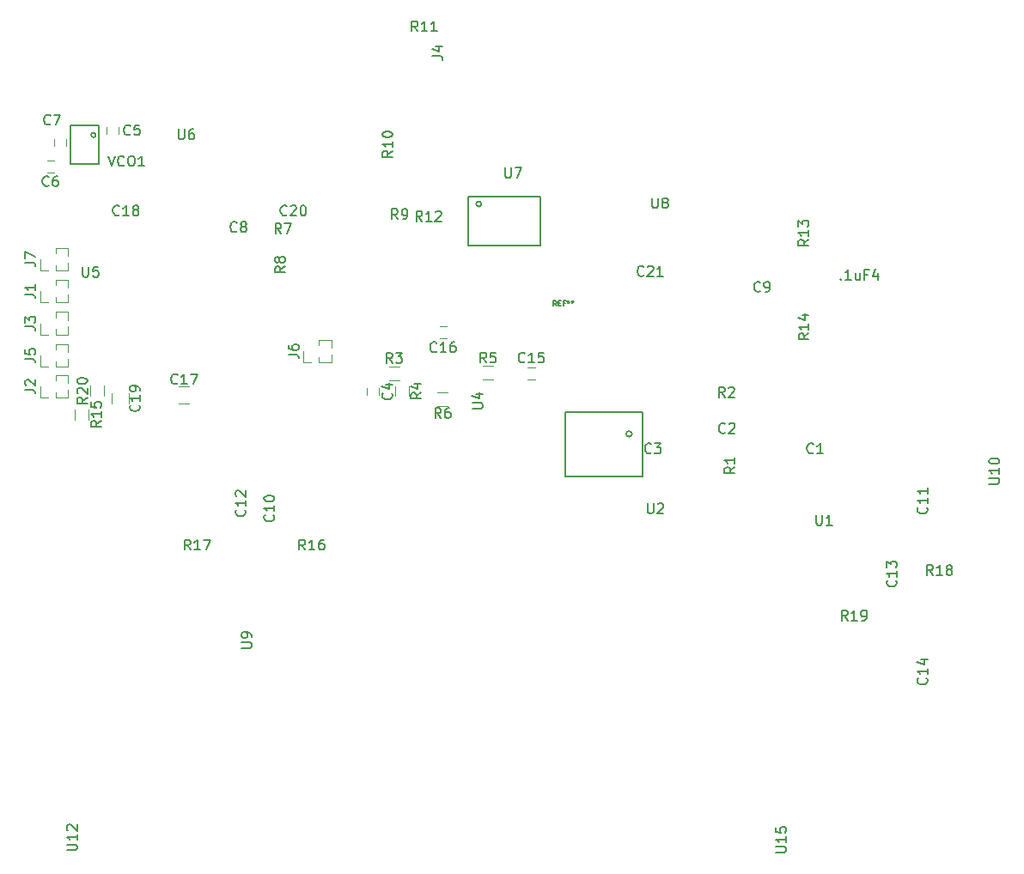
<source format=gbr>
G04 #@! TF.FileFunction,Legend,Top*
%FSLAX46Y46*%
G04 Gerber Fmt 4.6, Leading zero omitted, Abs format (unit mm)*
G04 Created by KiCad (PCBNEW 4.0.7) date 11/09/17 22:03:18*
%MOMM*%
%LPD*%
G01*
G04 APERTURE LIST*
%ADD10C,0.100000*%
%ADD11C,0.120000*%
%ADD12C,0.150000*%
%ADD13C,0.127000*%
G04 APERTURE END LIST*
D10*
D11*
X132125800Y-114825400D02*
X132125800Y-113825400D01*
X133485800Y-113825400D02*
X133485800Y-114825400D01*
X141814800Y-113202000D02*
X140814800Y-113202000D01*
X140814800Y-111842000D02*
X141814800Y-111842000D01*
X136340743Y-114414800D02*
X137340743Y-114414800D01*
X137340743Y-115774800D02*
X136340743Y-115774800D01*
X103681600Y-88957900D02*
X103681600Y-88257900D01*
X104881600Y-88257900D02*
X104881600Y-88957900D01*
X97835600Y-91589300D02*
X98535600Y-91589300D01*
X98535600Y-92789300D02*
X97835600Y-92789300D01*
X99750800Y-89451700D02*
X99750800Y-90151700D01*
X98550800Y-90151700D02*
X98550800Y-89451700D01*
X129321400Y-114705876D02*
X129321400Y-114005876D01*
X130521400Y-114005876D02*
X130521400Y-114705876D01*
X145926924Y-113179400D02*
X145226924Y-113179400D01*
X145226924Y-111979400D02*
X145926924Y-111979400D01*
X136520924Y-107945400D02*
X137220924Y-107945400D01*
X137220924Y-109145400D02*
X136520924Y-109145400D01*
X132538543Y-113239400D02*
X131538543Y-113239400D01*
X131538543Y-111879400D02*
X132538543Y-111879400D01*
X111845340Y-113848780D02*
X110845340Y-113848780D01*
X110845340Y-115548780D02*
X111845340Y-115548780D01*
X105893600Y-115554380D02*
X105893600Y-114554380D01*
X104193600Y-114554380D02*
X104193600Y-115554380D01*
X99896600Y-105580200D02*
X99896600Y-104777730D01*
X99896600Y-104162670D02*
X99896600Y-103360200D01*
X98691600Y-105580200D02*
X99896600Y-105580200D01*
X98691600Y-103360200D02*
X99896600Y-103360200D01*
X98691600Y-105580200D02*
X98691600Y-105033671D01*
X98691600Y-103906729D02*
X98691600Y-103360200D01*
X97931600Y-105580200D02*
X97171600Y-105580200D01*
X97171600Y-105580200D02*
X97171600Y-104470200D01*
X99896600Y-114978200D02*
X99896600Y-114175730D01*
X99896600Y-113560670D02*
X99896600Y-112758200D01*
X98691600Y-114978200D02*
X99896600Y-114978200D01*
X98691600Y-112758200D02*
X99896600Y-112758200D01*
X98691600Y-114978200D02*
X98691600Y-114431671D01*
X98691600Y-113304729D02*
X98691600Y-112758200D01*
X97931600Y-114978200D02*
X97171600Y-114978200D01*
X97171600Y-114978200D02*
X97171600Y-113868200D01*
X99896600Y-108755200D02*
X99896600Y-107952730D01*
X99896600Y-107337670D02*
X99896600Y-106535200D01*
X98691600Y-108755200D02*
X99896600Y-108755200D01*
X98691600Y-106535200D02*
X99896600Y-106535200D01*
X98691600Y-108755200D02*
X98691600Y-108208671D01*
X98691600Y-107081729D02*
X98691600Y-106535200D01*
X97931600Y-108755200D02*
X97171600Y-108755200D01*
X97171600Y-108755200D02*
X97171600Y-107645200D01*
X99896600Y-111930200D02*
X99896600Y-111127730D01*
X99896600Y-110512670D02*
X99896600Y-109710200D01*
X98691600Y-111930200D02*
X99896600Y-111930200D01*
X98691600Y-109710200D02*
X99896600Y-109710200D01*
X98691600Y-111930200D02*
X98691600Y-111383671D01*
X98691600Y-110256729D02*
X98691600Y-109710200D01*
X97931600Y-111930200D02*
X97171600Y-111930200D01*
X97171600Y-111930200D02*
X97171600Y-110820200D01*
X100591700Y-117131720D02*
X100591700Y-116131720D01*
X101951700Y-116131720D02*
X101951700Y-117131720D01*
X103483320Y-113810160D02*
X103483320Y-114810160D01*
X102123320Y-114810160D02*
X102123320Y-113810160D01*
X125850320Y-111498400D02*
X125850320Y-110695930D01*
X125850320Y-110080870D02*
X125850320Y-109278400D01*
X124645320Y-111498400D02*
X125850320Y-111498400D01*
X124645320Y-109278400D02*
X125850320Y-109278400D01*
X124645320Y-111498400D02*
X124645320Y-110951871D01*
X124645320Y-109824929D02*
X124645320Y-109278400D01*
X123885320Y-111498400D02*
X123125320Y-111498400D01*
X123125320Y-111498400D02*
X123125320Y-110388400D01*
D12*
X155489152Y-118554500D02*
G75*
G03X155489152Y-118554500I-280552J0D01*
G01*
X156529400Y-122770900D02*
X152719400Y-122770900D01*
X148909400Y-119595900D02*
X148909400Y-116420900D01*
X148909400Y-116420900D02*
X152719400Y-116420900D01*
X152719400Y-116420900D02*
X156529400Y-116420900D01*
X156529400Y-116420900D02*
X156529400Y-122770900D01*
X156529400Y-122770900D02*
X152719400Y-122770900D01*
X152719400Y-122770900D02*
X148909400Y-122770900D01*
X148909400Y-122770900D02*
X148909400Y-119595900D01*
X140654400Y-95885000D02*
G75*
G03X140654400Y-95885000I-254000J0D01*
G01*
X139384400Y-95123000D02*
X146496400Y-95123000D01*
X146496400Y-95123000D02*
X146496400Y-99949000D01*
X146496400Y-99949000D02*
X139384400Y-99949000D01*
X139384400Y-99949000D02*
X139384400Y-95123000D01*
X102654585Y-89065100D02*
G75*
G03X102654585Y-89065100I-227185J0D01*
G01*
X102911400Y-88158700D02*
X100161400Y-88158700D01*
X100161400Y-88158700D02*
X100161400Y-91908700D01*
X100161400Y-91908700D02*
X102911400Y-91908700D01*
X102911400Y-91908700D02*
X102911400Y-88158700D01*
D11*
X99911840Y-102435680D02*
X99911840Y-101633210D01*
X99911840Y-101018150D02*
X99911840Y-100215680D01*
X98706840Y-102435680D02*
X99911840Y-102435680D01*
X98706840Y-100215680D02*
X99911840Y-100215680D01*
X98706840Y-102435680D02*
X98706840Y-101889151D01*
X98706840Y-100762209D02*
X98706840Y-100215680D01*
X97946840Y-102435680D02*
X97186840Y-102435680D01*
X97186840Y-102435680D02*
X97186840Y-101325680D01*
D12*
X134372743Y-78849481D02*
X134039409Y-78373290D01*
X133801314Y-78849481D02*
X133801314Y-77849481D01*
X134182267Y-77849481D01*
X134277505Y-77897100D01*
X134325124Y-77944719D01*
X134372743Y-78039957D01*
X134372743Y-78182814D01*
X134325124Y-78278052D01*
X134277505Y-78325671D01*
X134182267Y-78373290D01*
X133801314Y-78373290D01*
X135325124Y-78849481D02*
X134753695Y-78849481D01*
X135039409Y-78849481D02*
X135039409Y-77849481D01*
X134944171Y-77992338D01*
X134848933Y-78087576D01*
X134753695Y-78135195D01*
X136277505Y-78849481D02*
X135706076Y-78849481D01*
X135991790Y-78849481D02*
X135991790Y-77849481D01*
X135896552Y-77992338D01*
X135801314Y-78087576D01*
X135706076Y-78135195D01*
X120929734Y-98775781D02*
X120596400Y-98299590D01*
X120358305Y-98775781D02*
X120358305Y-97775781D01*
X120739258Y-97775781D01*
X120834496Y-97823400D01*
X120882115Y-97871019D01*
X120929734Y-97966257D01*
X120929734Y-98109114D01*
X120882115Y-98204352D01*
X120834496Y-98251971D01*
X120739258Y-98299590D01*
X120358305Y-98299590D01*
X121263067Y-97775781D02*
X121929734Y-97775781D01*
X121501162Y-98775781D01*
X110809495Y-88504781D02*
X110809495Y-89314305D01*
X110857114Y-89409543D01*
X110904733Y-89457162D01*
X110999971Y-89504781D01*
X111190448Y-89504781D01*
X111285686Y-89457162D01*
X111333305Y-89409543D01*
X111380924Y-89314305D01*
X111380924Y-88504781D01*
X112285686Y-88504781D02*
X112095209Y-88504781D01*
X111999971Y-88552400D01*
X111952352Y-88600019D01*
X111857114Y-88742876D01*
X111809495Y-88933352D01*
X111809495Y-89314305D01*
X111857114Y-89409543D01*
X111904733Y-89457162D01*
X111999971Y-89504781D01*
X112190448Y-89504781D01*
X112285686Y-89457162D01*
X112333305Y-89409543D01*
X112380924Y-89314305D01*
X112380924Y-89076210D01*
X112333305Y-88980971D01*
X112285686Y-88933352D01*
X112190448Y-88885733D01*
X111999971Y-88885733D01*
X111904733Y-88933352D01*
X111857114Y-88980971D01*
X111809495Y-89076210D01*
X173661795Y-126541281D02*
X173661795Y-127350805D01*
X173709414Y-127446043D01*
X173757033Y-127493662D01*
X173852271Y-127541281D01*
X174042748Y-127541281D01*
X174137986Y-127493662D01*
X174185605Y-127446043D01*
X174233224Y-127350805D01*
X174233224Y-126541281D01*
X175233224Y-127541281D02*
X174661795Y-127541281D01*
X174947509Y-127541281D02*
X174947509Y-126541281D01*
X174852271Y-126684138D01*
X174757033Y-126779376D01*
X174661795Y-126826995D01*
X157469295Y-95286581D02*
X157469295Y-96096105D01*
X157516914Y-96191343D01*
X157564533Y-96238962D01*
X157659771Y-96286581D01*
X157850248Y-96286581D01*
X157945486Y-96238962D01*
X157993105Y-96191343D01*
X158040724Y-96096105D01*
X158040724Y-95286581D01*
X158659771Y-95715152D02*
X158564533Y-95667533D01*
X158516914Y-95619914D01*
X158469295Y-95524676D01*
X158469295Y-95477057D01*
X158516914Y-95381819D01*
X158564533Y-95334200D01*
X158659771Y-95286581D01*
X158850248Y-95286581D01*
X158945486Y-95334200D01*
X158993105Y-95381819D01*
X159040724Y-95477057D01*
X159040724Y-95524676D01*
X158993105Y-95619914D01*
X158945486Y-95667533D01*
X158850248Y-95715152D01*
X158659771Y-95715152D01*
X158564533Y-95762771D01*
X158516914Y-95810390D01*
X158469295Y-95905629D01*
X158469295Y-96096105D01*
X158516914Y-96191343D01*
X158564533Y-96238962D01*
X158659771Y-96286581D01*
X158850248Y-96286581D01*
X158945486Y-96238962D01*
X158993105Y-96191343D01*
X159040724Y-96096105D01*
X159040724Y-95905629D01*
X158993105Y-95810390D01*
X158945486Y-95762771D01*
X158850248Y-95715152D01*
X190688341Y-123478135D02*
X191497865Y-123478135D01*
X191593103Y-123430516D01*
X191640722Y-123382897D01*
X191688341Y-123287659D01*
X191688341Y-123097182D01*
X191640722Y-123001944D01*
X191593103Y-122954325D01*
X191497865Y-122906706D01*
X190688341Y-122906706D01*
X191688341Y-121906706D02*
X191688341Y-122478135D01*
X191688341Y-122192421D02*
X190688341Y-122192421D01*
X190831198Y-122287659D01*
X190926436Y-122382897D01*
X190974055Y-122478135D01*
X190688341Y-121287659D02*
X190688341Y-121192420D01*
X190735960Y-121097182D01*
X190783579Y-121049563D01*
X190878817Y-121001944D01*
X191069293Y-120954325D01*
X191307389Y-120954325D01*
X191497865Y-121001944D01*
X191593103Y-121049563D01*
X191640722Y-121097182D01*
X191688341Y-121192420D01*
X191688341Y-121287659D01*
X191640722Y-121382897D01*
X191593103Y-121430516D01*
X191497865Y-121478135D01*
X191307389Y-121525754D01*
X191069293Y-121525754D01*
X190878817Y-121478135D01*
X190783579Y-121430516D01*
X190735960Y-121382897D01*
X190688341Y-121287659D01*
X117005481Y-139674505D02*
X117815005Y-139674505D01*
X117910243Y-139626886D01*
X117957862Y-139579267D01*
X118005481Y-139484029D01*
X118005481Y-139293552D01*
X117957862Y-139198314D01*
X117910243Y-139150695D01*
X117815005Y-139103076D01*
X117005481Y-139103076D01*
X118005481Y-138579267D02*
X118005481Y-138388791D01*
X117957862Y-138293552D01*
X117910243Y-138245933D01*
X117767386Y-138150695D01*
X117576910Y-138103076D01*
X117195957Y-138103076D01*
X117100719Y-138150695D01*
X117053100Y-138198314D01*
X117005481Y-138293552D01*
X117005481Y-138484029D01*
X117053100Y-138579267D01*
X117100719Y-138626886D01*
X117195957Y-138674505D01*
X117434052Y-138674505D01*
X117529290Y-138626886D01*
X117576910Y-138579267D01*
X117624529Y-138484029D01*
X117624529Y-138293552D01*
X117576910Y-138198314D01*
X117529290Y-138150695D01*
X117434052Y-138103076D01*
X139776581Y-116065205D02*
X140586105Y-116065205D01*
X140681343Y-116017586D01*
X140728962Y-115969967D01*
X140776581Y-115874729D01*
X140776581Y-115684252D01*
X140728962Y-115589014D01*
X140681343Y-115541395D01*
X140586105Y-115493776D01*
X139776581Y-115493776D01*
X140109914Y-114589014D02*
X140776581Y-114589014D01*
X139728962Y-114827110D02*
X140443248Y-115065205D01*
X140443248Y-114446157D01*
X176082867Y-103252543D02*
X176130486Y-103300162D01*
X176082867Y-103347781D01*
X176035248Y-103300162D01*
X176082867Y-103252543D01*
X176082867Y-103347781D01*
X177082867Y-103347781D02*
X176511438Y-103347781D01*
X176797152Y-103347781D02*
X176797152Y-102347781D01*
X176701914Y-102490638D01*
X176606676Y-102585876D01*
X176511438Y-102633495D01*
X177940010Y-102681114D02*
X177940010Y-103347781D01*
X177511438Y-102681114D02*
X177511438Y-103204924D01*
X177559057Y-103300162D01*
X177654295Y-103347781D01*
X177797153Y-103347781D01*
X177892391Y-103300162D01*
X177940010Y-103252543D01*
X178749534Y-102823971D02*
X178416200Y-102823971D01*
X178416200Y-103347781D02*
X178416200Y-102347781D01*
X178892391Y-102347781D01*
X179701915Y-102681114D02*
X179701915Y-103347781D01*
X179463819Y-102300162D02*
X179225724Y-103014448D01*
X179844772Y-103014448D01*
X173368034Y-120397543D02*
X173320415Y-120445162D01*
X173177558Y-120492781D01*
X173082320Y-120492781D01*
X172939462Y-120445162D01*
X172844224Y-120349924D01*
X172796605Y-120254686D01*
X172748986Y-120064210D01*
X172748986Y-119921352D01*
X172796605Y-119730876D01*
X172844224Y-119635638D01*
X172939462Y-119540400D01*
X173082320Y-119492781D01*
X173177558Y-119492781D01*
X173320415Y-119540400D01*
X173368034Y-119588019D01*
X174320415Y-120492781D02*
X173748986Y-120492781D01*
X174034700Y-120492781D02*
X174034700Y-119492781D01*
X173939462Y-119635638D01*
X173844224Y-119730876D01*
X173748986Y-119778495D01*
X157378734Y-120384843D02*
X157331115Y-120432462D01*
X157188258Y-120480081D01*
X157093020Y-120480081D01*
X156950162Y-120432462D01*
X156854924Y-120337224D01*
X156807305Y-120241986D01*
X156759686Y-120051510D01*
X156759686Y-119908652D01*
X156807305Y-119718176D01*
X156854924Y-119622938D01*
X156950162Y-119527700D01*
X157093020Y-119480081D01*
X157188258Y-119480081D01*
X157331115Y-119527700D01*
X157378734Y-119575319D01*
X157712067Y-119480081D02*
X158331115Y-119480081D01*
X157997781Y-119861033D01*
X158140639Y-119861033D01*
X158235877Y-119908652D01*
X158283496Y-119956271D01*
X158331115Y-120051510D01*
X158331115Y-120289605D01*
X158283496Y-120384843D01*
X158235877Y-120432462D01*
X158140639Y-120480081D01*
X157854924Y-120480081D01*
X157759686Y-120432462D01*
X157712067Y-120384843D01*
X120145443Y-126550657D02*
X120193062Y-126598276D01*
X120240681Y-126741133D01*
X120240681Y-126836371D01*
X120193062Y-126979229D01*
X120097824Y-127074467D01*
X120002586Y-127122086D01*
X119812110Y-127169705D01*
X119669252Y-127169705D01*
X119478776Y-127122086D01*
X119383538Y-127074467D01*
X119288300Y-126979229D01*
X119240681Y-126836371D01*
X119240681Y-126741133D01*
X119288300Y-126598276D01*
X119335919Y-126550657D01*
X120240681Y-125598276D02*
X120240681Y-126169705D01*
X120240681Y-125883991D02*
X119240681Y-125883991D01*
X119383538Y-125979229D01*
X119478776Y-126074467D01*
X119526395Y-126169705D01*
X119240681Y-124979229D02*
X119240681Y-124883990D01*
X119288300Y-124788752D01*
X119335919Y-124741133D01*
X119431157Y-124693514D01*
X119621633Y-124645895D01*
X119859729Y-124645895D01*
X120050205Y-124693514D01*
X120145443Y-124741133D01*
X120193062Y-124788752D01*
X120240681Y-124883990D01*
X120240681Y-124979229D01*
X120193062Y-125074467D01*
X120145443Y-125122086D01*
X120050205Y-125169705D01*
X119859729Y-125217324D01*
X119621633Y-125217324D01*
X119431157Y-125169705D01*
X119335919Y-125122086D01*
X119288300Y-125074467D01*
X119240681Y-124979229D01*
X184531903Y-125801357D02*
X184579522Y-125848976D01*
X184627141Y-125991833D01*
X184627141Y-126087071D01*
X184579522Y-126229929D01*
X184484284Y-126325167D01*
X184389046Y-126372786D01*
X184198570Y-126420405D01*
X184055712Y-126420405D01*
X183865236Y-126372786D01*
X183769998Y-126325167D01*
X183674760Y-126229929D01*
X183627141Y-126087071D01*
X183627141Y-125991833D01*
X183674760Y-125848976D01*
X183722379Y-125801357D01*
X184627141Y-124848976D02*
X184627141Y-125420405D01*
X184627141Y-125134691D02*
X183627141Y-125134691D01*
X183769998Y-125229929D01*
X183865236Y-125325167D01*
X183912855Y-125420405D01*
X184627141Y-123896595D02*
X184627141Y-124468024D01*
X184627141Y-124182310D02*
X183627141Y-124182310D01*
X183769998Y-124277548D01*
X183865236Y-124372786D01*
X183912855Y-124468024D01*
X184521743Y-142639017D02*
X184569362Y-142686636D01*
X184616981Y-142829493D01*
X184616981Y-142924731D01*
X184569362Y-143067589D01*
X184474124Y-143162827D01*
X184378886Y-143210446D01*
X184188410Y-143258065D01*
X184045552Y-143258065D01*
X183855076Y-143210446D01*
X183759838Y-143162827D01*
X183664600Y-143067589D01*
X183616981Y-142924731D01*
X183616981Y-142829493D01*
X183664600Y-142686636D01*
X183712219Y-142639017D01*
X184616981Y-141686636D02*
X184616981Y-142258065D01*
X184616981Y-141972351D02*
X183616981Y-141972351D01*
X183759838Y-142067589D01*
X183855076Y-142162827D01*
X183902695Y-142258065D01*
X183950314Y-140829493D02*
X184616981Y-140829493D01*
X183569362Y-141067589D02*
X184283648Y-141305684D01*
X184283648Y-140686636D01*
X132410534Y-97378781D02*
X132077200Y-96902590D01*
X131839105Y-97378781D02*
X131839105Y-96378781D01*
X132220058Y-96378781D01*
X132315296Y-96426400D01*
X132362915Y-96474019D01*
X132410534Y-96569257D01*
X132410534Y-96712114D01*
X132362915Y-96807352D01*
X132315296Y-96854971D01*
X132220058Y-96902590D01*
X131839105Y-96902590D01*
X132886724Y-97378781D02*
X133077200Y-97378781D01*
X133172439Y-97331162D01*
X133220058Y-97283543D01*
X133315296Y-97140686D01*
X133362915Y-96950210D01*
X133362915Y-96569257D01*
X133315296Y-96474019D01*
X133267677Y-96426400D01*
X133172439Y-96378781D01*
X132981962Y-96378781D01*
X132886724Y-96426400D01*
X132839105Y-96474019D01*
X132791486Y-96569257D01*
X132791486Y-96807352D01*
X132839105Y-96902590D01*
X132886724Y-96950210D01*
X132981962Y-96997829D01*
X133172439Y-96997829D01*
X133267677Y-96950210D01*
X133315296Y-96902590D01*
X133362915Y-96807352D01*
X131899281Y-90647757D02*
X131423090Y-90981091D01*
X131899281Y-91219186D02*
X130899281Y-91219186D01*
X130899281Y-90838233D01*
X130946900Y-90742995D01*
X130994519Y-90695376D01*
X131089757Y-90647757D01*
X131232614Y-90647757D01*
X131327852Y-90695376D01*
X131375471Y-90742995D01*
X131423090Y-90838233D01*
X131423090Y-91219186D01*
X131899281Y-89695376D02*
X131899281Y-90266805D01*
X131899281Y-89981091D02*
X130899281Y-89981091D01*
X131042138Y-90076329D01*
X131137376Y-90171567D01*
X131184995Y-90266805D01*
X130899281Y-89076329D02*
X130899281Y-88981090D01*
X130946900Y-88885852D01*
X130994519Y-88838233D01*
X131089757Y-88790614D01*
X131280233Y-88742995D01*
X131518329Y-88742995D01*
X131708805Y-88790614D01*
X131804043Y-88838233D01*
X131851662Y-88885852D01*
X131899281Y-88981090D01*
X131899281Y-89076329D01*
X131851662Y-89171567D01*
X131804043Y-89219186D01*
X131708805Y-89266805D01*
X131518329Y-89314424D01*
X131280233Y-89314424D01*
X131089757Y-89266805D01*
X130994519Y-89219186D01*
X130946900Y-89171567D01*
X130899281Y-89076329D01*
X134804543Y-97569281D02*
X134471209Y-97093090D01*
X134233114Y-97569281D02*
X134233114Y-96569281D01*
X134614067Y-96569281D01*
X134709305Y-96616900D01*
X134756924Y-96664519D01*
X134804543Y-96759757D01*
X134804543Y-96902614D01*
X134756924Y-96997852D01*
X134709305Y-97045471D01*
X134614067Y-97093090D01*
X134233114Y-97093090D01*
X135756924Y-97569281D02*
X135185495Y-97569281D01*
X135471209Y-97569281D02*
X135471209Y-96569281D01*
X135375971Y-96712138D01*
X135280733Y-96807376D01*
X135185495Y-96854995D01*
X136137876Y-96664519D02*
X136185495Y-96616900D01*
X136280733Y-96569281D01*
X136518829Y-96569281D01*
X136614067Y-96616900D01*
X136661686Y-96664519D01*
X136709305Y-96759757D01*
X136709305Y-96854995D01*
X136661686Y-96997852D01*
X136090257Y-97569281D01*
X136709305Y-97569281D01*
X172894881Y-99398057D02*
X172418690Y-99731391D01*
X172894881Y-99969486D02*
X171894881Y-99969486D01*
X171894881Y-99588533D01*
X171942500Y-99493295D01*
X171990119Y-99445676D01*
X172085357Y-99398057D01*
X172228214Y-99398057D01*
X172323452Y-99445676D01*
X172371071Y-99493295D01*
X172418690Y-99588533D01*
X172418690Y-99969486D01*
X172894881Y-98445676D02*
X172894881Y-99017105D01*
X172894881Y-98731391D02*
X171894881Y-98731391D01*
X172037738Y-98826629D01*
X172132976Y-98921867D01*
X172180595Y-99017105D01*
X171894881Y-98112343D02*
X171894881Y-97493295D01*
X172275833Y-97826629D01*
X172275833Y-97683771D01*
X172323452Y-97588533D01*
X172371071Y-97540914D01*
X172466310Y-97493295D01*
X172704405Y-97493295D01*
X172799643Y-97540914D01*
X172847262Y-97588533D01*
X172894881Y-97683771D01*
X172894881Y-97969486D01*
X172847262Y-98064724D01*
X172799643Y-98112343D01*
X123285643Y-129992381D02*
X122952309Y-129516190D01*
X122714214Y-129992381D02*
X122714214Y-128992381D01*
X123095167Y-128992381D01*
X123190405Y-129040000D01*
X123238024Y-129087619D01*
X123285643Y-129182857D01*
X123285643Y-129325714D01*
X123238024Y-129420952D01*
X123190405Y-129468571D01*
X123095167Y-129516190D01*
X122714214Y-129516190D01*
X124238024Y-129992381D02*
X123666595Y-129992381D01*
X123952309Y-129992381D02*
X123952309Y-128992381D01*
X123857071Y-129135238D01*
X123761833Y-129230476D01*
X123666595Y-129278095D01*
X125095167Y-128992381D02*
X124904690Y-128992381D01*
X124809452Y-129040000D01*
X124761833Y-129087619D01*
X124666595Y-129230476D01*
X124618976Y-129420952D01*
X124618976Y-129801905D01*
X124666595Y-129897143D01*
X124714214Y-129944762D01*
X124809452Y-129992381D01*
X124999929Y-129992381D01*
X125095167Y-129944762D01*
X125142786Y-129897143D01*
X125190405Y-129801905D01*
X125190405Y-129563810D01*
X125142786Y-129468571D01*
X125095167Y-129420952D01*
X124999929Y-129373333D01*
X124809452Y-129373333D01*
X124714214Y-129420952D01*
X124666595Y-129468571D01*
X124618976Y-129563810D01*
X134708181Y-114492066D02*
X134231990Y-114825400D01*
X134708181Y-115063495D02*
X133708181Y-115063495D01*
X133708181Y-114682542D01*
X133755800Y-114587304D01*
X133803419Y-114539685D01*
X133898657Y-114492066D01*
X134041514Y-114492066D01*
X134136752Y-114539685D01*
X134184371Y-114587304D01*
X134231990Y-114682542D01*
X134231990Y-115063495D01*
X134041514Y-113634923D02*
X134708181Y-113634923D01*
X133660562Y-113873019D02*
X134374848Y-114111114D01*
X134374848Y-113492066D01*
X141148134Y-111524381D02*
X140814800Y-111048190D01*
X140576705Y-111524381D02*
X140576705Y-110524381D01*
X140957658Y-110524381D01*
X141052896Y-110572000D01*
X141100515Y-110619619D01*
X141148134Y-110714857D01*
X141148134Y-110857714D01*
X141100515Y-110952952D01*
X141052896Y-111000571D01*
X140957658Y-111048190D01*
X140576705Y-111048190D01*
X142052896Y-110524381D02*
X141576705Y-110524381D01*
X141529086Y-111000571D01*
X141576705Y-110952952D01*
X141671943Y-110905333D01*
X141910039Y-110905333D01*
X142005277Y-110952952D01*
X142052896Y-111000571D01*
X142100515Y-111095810D01*
X142100515Y-111333905D01*
X142052896Y-111429143D01*
X142005277Y-111476762D01*
X141910039Y-111524381D01*
X141671943Y-111524381D01*
X141576705Y-111476762D01*
X141529086Y-111429143D01*
X136674077Y-116997181D02*
X136340743Y-116520990D01*
X136102648Y-116997181D02*
X136102648Y-115997181D01*
X136483601Y-115997181D01*
X136578839Y-116044800D01*
X136626458Y-116092419D01*
X136674077Y-116187657D01*
X136674077Y-116330514D01*
X136626458Y-116425752D01*
X136578839Y-116473371D01*
X136483601Y-116520990D01*
X136102648Y-116520990D01*
X137531220Y-115997181D02*
X137340743Y-115997181D01*
X137245505Y-116044800D01*
X137197886Y-116092419D01*
X137102648Y-116235276D01*
X137055029Y-116425752D01*
X137055029Y-116806705D01*
X137102648Y-116901943D01*
X137150267Y-116949562D01*
X137245505Y-116997181D01*
X137435982Y-116997181D01*
X137531220Y-116949562D01*
X137578839Y-116901943D01*
X137626458Y-116806705D01*
X137626458Y-116568610D01*
X137578839Y-116473371D01*
X137531220Y-116425752D01*
X137435982Y-116378133D01*
X137245505Y-116378133D01*
X137150267Y-116425752D01*
X137102648Y-116473371D01*
X137055029Y-116568610D01*
X106045334Y-88990443D02*
X105997715Y-89038062D01*
X105854858Y-89085681D01*
X105759620Y-89085681D01*
X105616762Y-89038062D01*
X105521524Y-88942824D01*
X105473905Y-88847586D01*
X105426286Y-88657110D01*
X105426286Y-88514252D01*
X105473905Y-88323776D01*
X105521524Y-88228538D01*
X105616762Y-88133300D01*
X105759620Y-88085681D01*
X105854858Y-88085681D01*
X105997715Y-88133300D01*
X106045334Y-88180919D01*
X106950096Y-88085681D02*
X106473905Y-88085681D01*
X106426286Y-88561871D01*
X106473905Y-88514252D01*
X106569143Y-88466633D01*
X106807239Y-88466633D01*
X106902477Y-88514252D01*
X106950096Y-88561871D01*
X106997715Y-88657110D01*
X106997715Y-88895205D01*
X106950096Y-88990443D01*
X106902477Y-89038062D01*
X106807239Y-89085681D01*
X106569143Y-89085681D01*
X106473905Y-89038062D01*
X106426286Y-88990443D01*
X98018934Y-94046443D02*
X97971315Y-94094062D01*
X97828458Y-94141681D01*
X97733220Y-94141681D01*
X97590362Y-94094062D01*
X97495124Y-93998824D01*
X97447505Y-93903586D01*
X97399886Y-93713110D01*
X97399886Y-93570252D01*
X97447505Y-93379776D01*
X97495124Y-93284538D01*
X97590362Y-93189300D01*
X97733220Y-93141681D01*
X97828458Y-93141681D01*
X97971315Y-93189300D01*
X98018934Y-93236919D01*
X98876077Y-93141681D02*
X98685600Y-93141681D01*
X98590362Y-93189300D01*
X98542743Y-93236919D01*
X98447505Y-93379776D01*
X98399886Y-93570252D01*
X98399886Y-93951205D01*
X98447505Y-94046443D01*
X98495124Y-94094062D01*
X98590362Y-94141681D01*
X98780839Y-94141681D01*
X98876077Y-94094062D01*
X98923696Y-94046443D01*
X98971315Y-93951205D01*
X98971315Y-93713110D01*
X98923696Y-93617871D01*
X98876077Y-93570252D01*
X98780839Y-93522633D01*
X98590362Y-93522633D01*
X98495124Y-93570252D01*
X98447505Y-93617871D01*
X98399886Y-93713110D01*
X98171334Y-87974443D02*
X98123715Y-88022062D01*
X97980858Y-88069681D01*
X97885620Y-88069681D01*
X97742762Y-88022062D01*
X97647524Y-87926824D01*
X97599905Y-87831586D01*
X97552286Y-87641110D01*
X97552286Y-87498252D01*
X97599905Y-87307776D01*
X97647524Y-87212538D01*
X97742762Y-87117300D01*
X97885620Y-87069681D01*
X97980858Y-87069681D01*
X98123715Y-87117300D01*
X98171334Y-87164919D01*
X98504667Y-87069681D02*
X99171334Y-87069681D01*
X98742762Y-88069681D01*
X131778543Y-114522542D02*
X131826162Y-114570161D01*
X131873781Y-114713018D01*
X131873781Y-114808256D01*
X131826162Y-114951114D01*
X131730924Y-115046352D01*
X131635686Y-115093971D01*
X131445210Y-115141590D01*
X131302352Y-115141590D01*
X131111876Y-115093971D01*
X131016638Y-115046352D01*
X130921400Y-114951114D01*
X130873781Y-114808256D01*
X130873781Y-114713018D01*
X130921400Y-114570161D01*
X130969019Y-114522542D01*
X131207114Y-113665399D02*
X131873781Y-113665399D01*
X130826162Y-113903495D02*
X131540448Y-114141590D01*
X131540448Y-113522542D01*
X144934067Y-111436543D02*
X144886448Y-111484162D01*
X144743591Y-111531781D01*
X144648353Y-111531781D01*
X144505495Y-111484162D01*
X144410257Y-111388924D01*
X144362638Y-111293686D01*
X144315019Y-111103210D01*
X144315019Y-110960352D01*
X144362638Y-110769876D01*
X144410257Y-110674638D01*
X144505495Y-110579400D01*
X144648353Y-110531781D01*
X144743591Y-110531781D01*
X144886448Y-110579400D01*
X144934067Y-110627019D01*
X145886448Y-111531781D02*
X145315019Y-111531781D01*
X145600733Y-111531781D02*
X145600733Y-110531781D01*
X145505495Y-110674638D01*
X145410257Y-110769876D01*
X145315019Y-110817495D01*
X146791210Y-110531781D02*
X146315019Y-110531781D01*
X146267400Y-111007971D01*
X146315019Y-110960352D01*
X146410257Y-110912733D01*
X146648353Y-110912733D01*
X146743591Y-110960352D01*
X146791210Y-111007971D01*
X146838829Y-111103210D01*
X146838829Y-111341305D01*
X146791210Y-111436543D01*
X146743591Y-111484162D01*
X146648353Y-111531781D01*
X146410257Y-111531781D01*
X146315019Y-111484162D01*
X146267400Y-111436543D01*
X136228067Y-110402543D02*
X136180448Y-110450162D01*
X136037591Y-110497781D01*
X135942353Y-110497781D01*
X135799495Y-110450162D01*
X135704257Y-110354924D01*
X135656638Y-110259686D01*
X135609019Y-110069210D01*
X135609019Y-109926352D01*
X135656638Y-109735876D01*
X135704257Y-109640638D01*
X135799495Y-109545400D01*
X135942353Y-109497781D01*
X136037591Y-109497781D01*
X136180448Y-109545400D01*
X136228067Y-109593019D01*
X137180448Y-110497781D02*
X136609019Y-110497781D01*
X136894733Y-110497781D02*
X136894733Y-109497781D01*
X136799495Y-109640638D01*
X136704257Y-109735876D01*
X136609019Y-109783495D01*
X138037591Y-109497781D02*
X137847114Y-109497781D01*
X137751876Y-109545400D01*
X137704257Y-109593019D01*
X137609019Y-109735876D01*
X137561400Y-109926352D01*
X137561400Y-110307305D01*
X137609019Y-110402543D01*
X137656638Y-110450162D01*
X137751876Y-110497781D01*
X137942353Y-110497781D01*
X138037591Y-110450162D01*
X138085210Y-110402543D01*
X138132829Y-110307305D01*
X138132829Y-110069210D01*
X138085210Y-109973971D01*
X138037591Y-109926352D01*
X137942353Y-109878733D01*
X137751876Y-109878733D01*
X137656638Y-109926352D01*
X137609019Y-109973971D01*
X137561400Y-110069210D01*
X131871877Y-111561781D02*
X131538543Y-111085590D01*
X131300448Y-111561781D02*
X131300448Y-110561781D01*
X131681401Y-110561781D01*
X131776639Y-110609400D01*
X131824258Y-110657019D01*
X131871877Y-110752257D01*
X131871877Y-110895114D01*
X131824258Y-110990352D01*
X131776639Y-111037971D01*
X131681401Y-111085590D01*
X131300448Y-111085590D01*
X132205210Y-110561781D02*
X132824258Y-110561781D01*
X132490924Y-110942733D01*
X132633782Y-110942733D01*
X132729020Y-110990352D01*
X132776639Y-111037971D01*
X132824258Y-111133210D01*
X132824258Y-111371305D01*
X132776639Y-111466543D01*
X132729020Y-111514162D01*
X132633782Y-111561781D01*
X132348067Y-111561781D01*
X132252829Y-111514162D01*
X132205210Y-111466543D01*
X110702483Y-113555923D02*
X110654864Y-113603542D01*
X110512007Y-113651161D01*
X110416769Y-113651161D01*
X110273911Y-113603542D01*
X110178673Y-113508304D01*
X110131054Y-113413066D01*
X110083435Y-113222590D01*
X110083435Y-113079732D01*
X110131054Y-112889256D01*
X110178673Y-112794018D01*
X110273911Y-112698780D01*
X110416769Y-112651161D01*
X110512007Y-112651161D01*
X110654864Y-112698780D01*
X110702483Y-112746399D01*
X111654864Y-113651161D02*
X111083435Y-113651161D01*
X111369149Y-113651161D02*
X111369149Y-112651161D01*
X111273911Y-112794018D01*
X111178673Y-112889256D01*
X111083435Y-112936875D01*
X111988197Y-112651161D02*
X112654864Y-112651161D01*
X112226292Y-113651161D01*
X104959543Y-96927943D02*
X104911924Y-96975562D01*
X104769067Y-97023181D01*
X104673829Y-97023181D01*
X104530971Y-96975562D01*
X104435733Y-96880324D01*
X104388114Y-96785086D01*
X104340495Y-96594610D01*
X104340495Y-96451752D01*
X104388114Y-96261276D01*
X104435733Y-96166038D01*
X104530971Y-96070800D01*
X104673829Y-96023181D01*
X104769067Y-96023181D01*
X104911924Y-96070800D01*
X104959543Y-96118419D01*
X105911924Y-97023181D02*
X105340495Y-97023181D01*
X105626209Y-97023181D02*
X105626209Y-96023181D01*
X105530971Y-96166038D01*
X105435733Y-96261276D01*
X105340495Y-96308895D01*
X106483352Y-96451752D02*
X106388114Y-96404133D01*
X106340495Y-96356514D01*
X106292876Y-96261276D01*
X106292876Y-96213657D01*
X106340495Y-96118419D01*
X106388114Y-96070800D01*
X106483352Y-96023181D01*
X106673829Y-96023181D01*
X106769067Y-96070800D01*
X106816686Y-96118419D01*
X106864305Y-96213657D01*
X106864305Y-96261276D01*
X106816686Y-96356514D01*
X106769067Y-96404133D01*
X106673829Y-96451752D01*
X106483352Y-96451752D01*
X106388114Y-96499371D01*
X106340495Y-96546990D01*
X106292876Y-96642229D01*
X106292876Y-96832705D01*
X106340495Y-96927943D01*
X106388114Y-96975562D01*
X106483352Y-97023181D01*
X106673829Y-97023181D01*
X106769067Y-96975562D01*
X106816686Y-96927943D01*
X106864305Y-96832705D01*
X106864305Y-96642229D01*
X106816686Y-96546990D01*
X106769067Y-96499371D01*
X106673829Y-96451752D01*
X106900743Y-115697237D02*
X106948362Y-115744856D01*
X106995981Y-115887713D01*
X106995981Y-115982951D01*
X106948362Y-116125809D01*
X106853124Y-116221047D01*
X106757886Y-116268666D01*
X106567410Y-116316285D01*
X106424552Y-116316285D01*
X106234076Y-116268666D01*
X106138838Y-116221047D01*
X106043600Y-116125809D01*
X105995981Y-115982951D01*
X105995981Y-115887713D01*
X106043600Y-115744856D01*
X106091219Y-115697237D01*
X106995981Y-114744856D02*
X106995981Y-115316285D01*
X106995981Y-115030571D02*
X105995981Y-115030571D01*
X106138838Y-115125809D01*
X106234076Y-115221047D01*
X106281695Y-115316285D01*
X106995981Y-114268666D02*
X106995981Y-114078190D01*
X106948362Y-113982951D01*
X106900743Y-113935332D01*
X106757886Y-113840094D01*
X106567410Y-113792475D01*
X106186457Y-113792475D01*
X106091219Y-113840094D01*
X106043600Y-113887713D01*
X105995981Y-113982951D01*
X105995981Y-114173428D01*
X106043600Y-114268666D01*
X106091219Y-114316285D01*
X106186457Y-114363904D01*
X106424552Y-114363904D01*
X106519790Y-114316285D01*
X106567410Y-114268666D01*
X106615029Y-114173428D01*
X106615029Y-113982951D01*
X106567410Y-113887713D01*
X106519790Y-113840094D01*
X106424552Y-113792475D01*
X121469543Y-96927943D02*
X121421924Y-96975562D01*
X121279067Y-97023181D01*
X121183829Y-97023181D01*
X121040971Y-96975562D01*
X120945733Y-96880324D01*
X120898114Y-96785086D01*
X120850495Y-96594610D01*
X120850495Y-96451752D01*
X120898114Y-96261276D01*
X120945733Y-96166038D01*
X121040971Y-96070800D01*
X121183829Y-96023181D01*
X121279067Y-96023181D01*
X121421924Y-96070800D01*
X121469543Y-96118419D01*
X121850495Y-96118419D02*
X121898114Y-96070800D01*
X121993352Y-96023181D01*
X122231448Y-96023181D01*
X122326686Y-96070800D01*
X122374305Y-96118419D01*
X122421924Y-96213657D01*
X122421924Y-96308895D01*
X122374305Y-96451752D01*
X121802876Y-97023181D01*
X122421924Y-97023181D01*
X123040971Y-96023181D02*
X123136210Y-96023181D01*
X123231448Y-96070800D01*
X123279067Y-96118419D01*
X123326686Y-96213657D01*
X123374305Y-96404133D01*
X123374305Y-96642229D01*
X123326686Y-96832705D01*
X123279067Y-96927943D01*
X123231448Y-96975562D01*
X123136210Y-97023181D01*
X123040971Y-97023181D01*
X122945733Y-96975562D01*
X122898114Y-96927943D01*
X122850495Y-96832705D01*
X122802876Y-96642229D01*
X122802876Y-96404133D01*
X122850495Y-96213657D01*
X122898114Y-96118419D01*
X122945733Y-96070800D01*
X123040971Y-96023181D01*
X156648543Y-102896943D02*
X156600924Y-102944562D01*
X156458067Y-102992181D01*
X156362829Y-102992181D01*
X156219971Y-102944562D01*
X156124733Y-102849324D01*
X156077114Y-102754086D01*
X156029495Y-102563610D01*
X156029495Y-102420752D01*
X156077114Y-102230276D01*
X156124733Y-102135038D01*
X156219971Y-102039800D01*
X156362829Y-101992181D01*
X156458067Y-101992181D01*
X156600924Y-102039800D01*
X156648543Y-102087419D01*
X157029495Y-102087419D02*
X157077114Y-102039800D01*
X157172352Y-101992181D01*
X157410448Y-101992181D01*
X157505686Y-102039800D01*
X157553305Y-102087419D01*
X157600924Y-102182657D01*
X157600924Y-102277895D01*
X157553305Y-102420752D01*
X156981876Y-102992181D01*
X157600924Y-102992181D01*
X158553305Y-102992181D02*
X157981876Y-102992181D01*
X158267590Y-102992181D02*
X158267590Y-101992181D01*
X158172352Y-102135038D01*
X158077114Y-102230276D01*
X157981876Y-102277895D01*
X95688981Y-104803533D02*
X96403267Y-104803533D01*
X96546124Y-104851153D01*
X96641362Y-104946391D01*
X96688981Y-105089248D01*
X96688981Y-105184486D01*
X96688981Y-103803533D02*
X96688981Y-104374962D01*
X96688981Y-104089248D02*
X95688981Y-104089248D01*
X95831838Y-104184486D01*
X95927076Y-104279724D01*
X95974695Y-104374962D01*
X95688981Y-114201533D02*
X96403267Y-114201533D01*
X96546124Y-114249153D01*
X96641362Y-114344391D01*
X96688981Y-114487248D01*
X96688981Y-114582486D01*
X95784219Y-113772962D02*
X95736600Y-113725343D01*
X95688981Y-113630105D01*
X95688981Y-113392009D01*
X95736600Y-113296771D01*
X95784219Y-113249152D01*
X95879457Y-113201533D01*
X95974695Y-113201533D01*
X96117552Y-113249152D01*
X96688981Y-113820581D01*
X96688981Y-113201533D01*
X95688981Y-107978533D02*
X96403267Y-107978533D01*
X96546124Y-108026153D01*
X96641362Y-108121391D01*
X96688981Y-108264248D01*
X96688981Y-108359486D01*
X95688981Y-107597581D02*
X95688981Y-106978533D01*
X96069933Y-107311867D01*
X96069933Y-107169009D01*
X96117552Y-107073771D01*
X96165171Y-107026152D01*
X96260410Y-106978533D01*
X96498505Y-106978533D01*
X96593743Y-107026152D01*
X96641362Y-107073771D01*
X96688981Y-107169009D01*
X96688981Y-107454724D01*
X96641362Y-107549962D01*
X96593743Y-107597581D01*
X95688981Y-111153533D02*
X96403267Y-111153533D01*
X96546124Y-111201153D01*
X96641362Y-111296391D01*
X96688981Y-111439248D01*
X96688981Y-111534486D01*
X95688981Y-110201152D02*
X95688981Y-110677343D01*
X96165171Y-110724962D01*
X96117552Y-110677343D01*
X96069933Y-110582105D01*
X96069933Y-110344009D01*
X96117552Y-110248771D01*
X96165171Y-110201152D01*
X96260410Y-110153533D01*
X96498505Y-110153533D01*
X96593743Y-110201152D01*
X96641362Y-110248771D01*
X96688981Y-110344009D01*
X96688981Y-110582105D01*
X96641362Y-110677343D01*
X96593743Y-110724962D01*
X103174081Y-117274577D02*
X102697890Y-117607911D01*
X103174081Y-117846006D02*
X102174081Y-117846006D01*
X102174081Y-117465053D01*
X102221700Y-117369815D01*
X102269319Y-117322196D01*
X102364557Y-117274577D01*
X102507414Y-117274577D01*
X102602652Y-117322196D01*
X102650271Y-117369815D01*
X102697890Y-117465053D01*
X102697890Y-117846006D01*
X103174081Y-116322196D02*
X103174081Y-116893625D01*
X103174081Y-116607911D02*
X102174081Y-116607911D01*
X102316938Y-116703149D01*
X102412176Y-116798387D01*
X102459795Y-116893625D01*
X102174081Y-115417434D02*
X102174081Y-115893625D01*
X102650271Y-115941244D01*
X102602652Y-115893625D01*
X102555033Y-115798387D01*
X102555033Y-115560291D01*
X102602652Y-115465053D01*
X102650271Y-115417434D01*
X102745510Y-115369815D01*
X102983605Y-115369815D01*
X103078843Y-115417434D01*
X103126462Y-115465053D01*
X103174081Y-115560291D01*
X103174081Y-115798387D01*
X103126462Y-115893625D01*
X103078843Y-115941244D01*
X101805701Y-114953017D02*
X101329510Y-115286351D01*
X101805701Y-115524446D02*
X100805701Y-115524446D01*
X100805701Y-115143493D01*
X100853320Y-115048255D01*
X100900939Y-115000636D01*
X100996177Y-114953017D01*
X101139034Y-114953017D01*
X101234272Y-115000636D01*
X101281891Y-115048255D01*
X101329510Y-115143493D01*
X101329510Y-115524446D01*
X100900939Y-114572065D02*
X100853320Y-114524446D01*
X100805701Y-114429208D01*
X100805701Y-114191112D01*
X100853320Y-114095874D01*
X100900939Y-114048255D01*
X100996177Y-114000636D01*
X101091415Y-114000636D01*
X101234272Y-114048255D01*
X101805701Y-114619684D01*
X101805701Y-114000636D01*
X100805701Y-113381589D02*
X100805701Y-113286350D01*
X100853320Y-113191112D01*
X100900939Y-113143493D01*
X100996177Y-113095874D01*
X101186653Y-113048255D01*
X101424749Y-113048255D01*
X101615225Y-113095874D01*
X101710463Y-113143493D01*
X101758082Y-113191112D01*
X101805701Y-113286350D01*
X101805701Y-113381589D01*
X101758082Y-113476827D01*
X101710463Y-113524446D01*
X101615225Y-113572065D01*
X101424749Y-113619684D01*
X101186653Y-113619684D01*
X100996177Y-113572065D01*
X100900939Y-113524446D01*
X100853320Y-113476827D01*
X100805701Y-113381589D01*
X99791081Y-159609795D02*
X100600605Y-159609795D01*
X100695843Y-159562176D01*
X100743462Y-159514557D01*
X100791081Y-159419319D01*
X100791081Y-159228842D01*
X100743462Y-159133604D01*
X100695843Y-159085985D01*
X100600605Y-159038366D01*
X99791081Y-159038366D01*
X100791081Y-158038366D02*
X100791081Y-158609795D01*
X100791081Y-158324081D02*
X99791081Y-158324081D01*
X99933938Y-158419319D01*
X100029176Y-158514557D01*
X100076795Y-158609795D01*
X99886319Y-157657414D02*
X99838700Y-157609795D01*
X99791081Y-157514557D01*
X99791081Y-157276461D01*
X99838700Y-157181223D01*
X99886319Y-157133604D01*
X99981557Y-157085985D01*
X100076795Y-157085985D01*
X100219652Y-157133604D01*
X100791081Y-157705033D01*
X100791081Y-157085985D01*
X169681721Y-159825695D02*
X170491245Y-159825695D01*
X170586483Y-159778076D01*
X170634102Y-159730457D01*
X170681721Y-159635219D01*
X170681721Y-159444742D01*
X170634102Y-159349504D01*
X170586483Y-159301885D01*
X170491245Y-159254266D01*
X169681721Y-159254266D01*
X170681721Y-158254266D02*
X170681721Y-158825695D01*
X170681721Y-158539981D02*
X169681721Y-158539981D01*
X169824578Y-158635219D01*
X169919816Y-158730457D01*
X169967435Y-158825695D01*
X169681721Y-157349504D02*
X169681721Y-157825695D01*
X170157911Y-157873314D01*
X170110292Y-157825695D01*
X170062673Y-157730457D01*
X170062673Y-157492361D01*
X170110292Y-157397123D01*
X170157911Y-157349504D01*
X170253150Y-157301885D01*
X170491245Y-157301885D01*
X170586483Y-157349504D01*
X170634102Y-157397123D01*
X170681721Y-157492361D01*
X170681721Y-157730457D01*
X170634102Y-157825695D01*
X170586483Y-157873314D01*
X101360695Y-102078541D02*
X101360695Y-102888065D01*
X101408314Y-102983303D01*
X101455933Y-103030922D01*
X101551171Y-103078541D01*
X101741648Y-103078541D01*
X101836886Y-103030922D01*
X101884505Y-102983303D01*
X101932124Y-102888065D01*
X101932124Y-102078541D01*
X102884505Y-102078541D02*
X102408314Y-102078541D01*
X102360695Y-102554731D01*
X102408314Y-102507112D01*
X102503552Y-102459493D01*
X102741648Y-102459493D01*
X102836886Y-102507112D01*
X102884505Y-102554731D01*
X102932124Y-102649970D01*
X102932124Y-102888065D01*
X102884505Y-102983303D01*
X102836886Y-103030922D01*
X102741648Y-103078541D01*
X102503552Y-103078541D01*
X102408314Y-103030922D01*
X102360695Y-102983303D01*
X164668534Y-118396023D02*
X164620915Y-118443642D01*
X164478058Y-118491261D01*
X164382820Y-118491261D01*
X164239962Y-118443642D01*
X164144724Y-118348404D01*
X164097105Y-118253166D01*
X164049486Y-118062690D01*
X164049486Y-117919832D01*
X164097105Y-117729356D01*
X164144724Y-117634118D01*
X164239962Y-117538880D01*
X164382820Y-117491261D01*
X164478058Y-117491261D01*
X164620915Y-117538880D01*
X164668534Y-117586499D01*
X165049486Y-117586499D02*
X165097105Y-117538880D01*
X165192343Y-117491261D01*
X165430439Y-117491261D01*
X165525677Y-117538880D01*
X165573296Y-117586499D01*
X165620915Y-117681737D01*
X165620915Y-117776975D01*
X165573296Y-117919832D01*
X165001867Y-118491261D01*
X165620915Y-118491261D01*
X116535534Y-98553543D02*
X116487915Y-98601162D01*
X116345058Y-98648781D01*
X116249820Y-98648781D01*
X116106962Y-98601162D01*
X116011724Y-98505924D01*
X115964105Y-98410686D01*
X115916486Y-98220210D01*
X115916486Y-98077352D01*
X115964105Y-97886876D01*
X116011724Y-97791638D01*
X116106962Y-97696400D01*
X116249820Y-97648781D01*
X116345058Y-97648781D01*
X116487915Y-97696400D01*
X116535534Y-97744019D01*
X117106962Y-98077352D02*
X117011724Y-98029733D01*
X116964105Y-97982114D01*
X116916486Y-97886876D01*
X116916486Y-97839257D01*
X116964105Y-97744019D01*
X117011724Y-97696400D01*
X117106962Y-97648781D01*
X117297439Y-97648781D01*
X117392677Y-97696400D01*
X117440296Y-97744019D01*
X117487915Y-97839257D01*
X117487915Y-97886876D01*
X117440296Y-97982114D01*
X117392677Y-98029733D01*
X117297439Y-98077352D01*
X117106962Y-98077352D01*
X117011724Y-98124971D01*
X116964105Y-98172590D01*
X116916486Y-98267829D01*
X116916486Y-98458305D01*
X116964105Y-98553543D01*
X117011724Y-98601162D01*
X117106962Y-98648781D01*
X117297439Y-98648781D01*
X117392677Y-98601162D01*
X117440296Y-98553543D01*
X117487915Y-98458305D01*
X117487915Y-98267829D01*
X117440296Y-98172590D01*
X117392677Y-98124971D01*
X117297439Y-98077352D01*
X168135634Y-104446343D02*
X168088015Y-104493962D01*
X167945158Y-104541581D01*
X167849920Y-104541581D01*
X167707062Y-104493962D01*
X167611824Y-104398724D01*
X167564205Y-104303486D01*
X167516586Y-104113010D01*
X167516586Y-103970152D01*
X167564205Y-103779676D01*
X167611824Y-103684438D01*
X167707062Y-103589200D01*
X167849920Y-103541581D01*
X167945158Y-103541581D01*
X168088015Y-103589200D01*
X168135634Y-103636819D01*
X168611824Y-104541581D02*
X168802300Y-104541581D01*
X168897539Y-104493962D01*
X168945158Y-104446343D01*
X169040396Y-104303486D01*
X169088015Y-104113010D01*
X169088015Y-103732057D01*
X169040396Y-103636819D01*
X168992777Y-103589200D01*
X168897539Y-103541581D01*
X168707062Y-103541581D01*
X168611824Y-103589200D01*
X168564205Y-103636819D01*
X168516586Y-103732057D01*
X168516586Y-103970152D01*
X168564205Y-104065390D01*
X168611824Y-104113010D01*
X168707062Y-104160629D01*
X168897539Y-104160629D01*
X168992777Y-104113010D01*
X169040396Y-104065390D01*
X169088015Y-103970152D01*
X117313343Y-126042657D02*
X117360962Y-126090276D01*
X117408581Y-126233133D01*
X117408581Y-126328371D01*
X117360962Y-126471229D01*
X117265724Y-126566467D01*
X117170486Y-126614086D01*
X116980010Y-126661705D01*
X116837152Y-126661705D01*
X116646676Y-126614086D01*
X116551438Y-126566467D01*
X116456200Y-126471229D01*
X116408581Y-126328371D01*
X116408581Y-126233133D01*
X116456200Y-126090276D01*
X116503819Y-126042657D01*
X117408581Y-125090276D02*
X117408581Y-125661705D01*
X117408581Y-125375991D02*
X116408581Y-125375991D01*
X116551438Y-125471229D01*
X116646676Y-125566467D01*
X116694295Y-125661705D01*
X116503819Y-124709324D02*
X116456200Y-124661705D01*
X116408581Y-124566467D01*
X116408581Y-124328371D01*
X116456200Y-124233133D01*
X116503819Y-124185514D01*
X116599057Y-124137895D01*
X116694295Y-124137895D01*
X116837152Y-124185514D01*
X117408581Y-124756943D01*
X117408581Y-124137895D01*
X176739943Y-136951981D02*
X176406609Y-136475790D01*
X176168514Y-136951981D02*
X176168514Y-135951981D01*
X176549467Y-135951981D01*
X176644705Y-135999600D01*
X176692324Y-136047219D01*
X176739943Y-136142457D01*
X176739943Y-136285314D01*
X176692324Y-136380552D01*
X176644705Y-136428171D01*
X176549467Y-136475790D01*
X176168514Y-136475790D01*
X177692324Y-136951981D02*
X177120895Y-136951981D01*
X177406609Y-136951981D02*
X177406609Y-135951981D01*
X177311371Y-136094838D01*
X177216133Y-136190076D01*
X177120895Y-136237695D01*
X178168514Y-136951981D02*
X178358990Y-136951981D01*
X178454229Y-136904362D01*
X178501848Y-136856743D01*
X178597086Y-136713886D01*
X178644705Y-136523410D01*
X178644705Y-136142457D01*
X178597086Y-136047219D01*
X178549467Y-135999600D01*
X178454229Y-135951981D01*
X178263752Y-135951981D01*
X178168514Y-135999600D01*
X178120895Y-136047219D01*
X178073276Y-136142457D01*
X178073276Y-136380552D01*
X178120895Y-136475790D01*
X178168514Y-136523410D01*
X178263752Y-136571029D01*
X178454229Y-136571029D01*
X178549467Y-136523410D01*
X178597086Y-136475790D01*
X178644705Y-136380552D01*
X135832781Y-81267733D02*
X136547067Y-81267733D01*
X136689924Y-81315353D01*
X136785162Y-81410591D01*
X136832781Y-81553448D01*
X136832781Y-81648686D01*
X136166114Y-80362971D02*
X136832781Y-80362971D01*
X135785162Y-80601067D02*
X136499448Y-80839162D01*
X136499448Y-80220114D01*
X121642701Y-110721733D02*
X122356987Y-110721733D01*
X122499844Y-110769353D01*
X122595082Y-110864591D01*
X122642701Y-111007448D01*
X122642701Y-111102686D01*
X121642701Y-109816971D02*
X121642701Y-110007448D01*
X121690320Y-110102686D01*
X121737939Y-110150305D01*
X121880796Y-110245543D01*
X122071272Y-110293162D01*
X122452225Y-110293162D01*
X122547463Y-110245543D01*
X122595082Y-110197924D01*
X122642701Y-110102686D01*
X122642701Y-109912209D01*
X122595082Y-109816971D01*
X122547463Y-109769352D01*
X122452225Y-109721733D01*
X122214130Y-109721733D01*
X122118891Y-109769352D01*
X122071272Y-109816971D01*
X122023653Y-109912209D01*
X122023653Y-110102686D01*
X122071272Y-110197924D01*
X122118891Y-110245543D01*
X122214130Y-110293162D01*
X157037495Y-125398281D02*
X157037495Y-126207805D01*
X157085114Y-126303043D01*
X157132733Y-126350662D01*
X157227971Y-126398281D01*
X157418448Y-126398281D01*
X157513686Y-126350662D01*
X157561305Y-126303043D01*
X157608924Y-126207805D01*
X157608924Y-125398281D01*
X158037495Y-125493519D02*
X158085114Y-125445900D01*
X158180352Y-125398281D01*
X158418448Y-125398281D01*
X158513686Y-125445900D01*
X158561305Y-125493519D01*
X158608924Y-125588757D01*
X158608924Y-125683995D01*
X158561305Y-125826852D01*
X157989876Y-126398281D01*
X158608924Y-126398281D01*
X181499143Y-133002257D02*
X181546762Y-133049876D01*
X181594381Y-133192733D01*
X181594381Y-133287971D01*
X181546762Y-133430829D01*
X181451524Y-133526067D01*
X181356286Y-133573686D01*
X181165810Y-133621305D01*
X181022952Y-133621305D01*
X180832476Y-133573686D01*
X180737238Y-133526067D01*
X180642000Y-133430829D01*
X180594381Y-133287971D01*
X180594381Y-133192733D01*
X180642000Y-133049876D01*
X180689619Y-133002257D01*
X181594381Y-132049876D02*
X181594381Y-132621305D01*
X181594381Y-132335591D02*
X180594381Y-132335591D01*
X180737238Y-132430829D01*
X180832476Y-132526067D01*
X180880095Y-132621305D01*
X180594381Y-131716543D02*
X180594381Y-131097495D01*
X180975333Y-131430829D01*
X180975333Y-131287971D01*
X181022952Y-131192733D01*
X181070571Y-131145114D01*
X181165810Y-131097495D01*
X181403905Y-131097495D01*
X181499143Y-131145114D01*
X181546762Y-131192733D01*
X181594381Y-131287971D01*
X181594381Y-131573686D01*
X181546762Y-131668924D01*
X181499143Y-131716543D01*
X143016695Y-92314781D02*
X143016695Y-93124305D01*
X143064314Y-93219543D01*
X143111933Y-93267162D01*
X143207171Y-93314781D01*
X143397648Y-93314781D01*
X143492886Y-93267162D01*
X143540505Y-93219543D01*
X143588124Y-93124305D01*
X143588124Y-92314781D01*
X143969076Y-92314781D02*
X144635743Y-92314781D01*
X144207171Y-93314781D01*
X103870667Y-91133681D02*
X104204000Y-92133681D01*
X104537334Y-91133681D01*
X105442096Y-92038443D02*
X105394477Y-92086062D01*
X105251620Y-92133681D01*
X105156382Y-92133681D01*
X105013524Y-92086062D01*
X104918286Y-91990824D01*
X104870667Y-91895586D01*
X104823048Y-91705110D01*
X104823048Y-91562252D01*
X104870667Y-91371776D01*
X104918286Y-91276538D01*
X105013524Y-91181300D01*
X105156382Y-91133681D01*
X105251620Y-91133681D01*
X105394477Y-91181300D01*
X105442096Y-91228919D01*
X106061143Y-91133681D02*
X106251620Y-91133681D01*
X106346858Y-91181300D01*
X106442096Y-91276538D01*
X106489715Y-91467014D01*
X106489715Y-91800348D01*
X106442096Y-91990824D01*
X106346858Y-92086062D01*
X106251620Y-92133681D01*
X106061143Y-92133681D01*
X105965905Y-92086062D01*
X105870667Y-91990824D01*
X105823048Y-91800348D01*
X105823048Y-91467014D01*
X105870667Y-91276538D01*
X105965905Y-91181300D01*
X106061143Y-91133681D01*
X107442096Y-92133681D02*
X106870667Y-92133681D01*
X107156381Y-92133681D02*
X107156381Y-91133681D01*
X107061143Y-91276538D01*
X106965905Y-91371776D01*
X106870667Y-91419395D01*
X164632974Y-114930181D02*
X164299640Y-114453990D01*
X164061545Y-114930181D02*
X164061545Y-113930181D01*
X164442498Y-113930181D01*
X164537736Y-113977800D01*
X164585355Y-114025419D01*
X164632974Y-114120657D01*
X164632974Y-114263514D01*
X164585355Y-114358752D01*
X164537736Y-114406371D01*
X164442498Y-114453990D01*
X164061545Y-114453990D01*
X165013926Y-114025419D02*
X165061545Y-113977800D01*
X165156783Y-113930181D01*
X165394879Y-113930181D01*
X165490117Y-113977800D01*
X165537736Y-114025419D01*
X165585355Y-114120657D01*
X165585355Y-114215895D01*
X165537736Y-114358752D01*
X164966307Y-114930181D01*
X165585355Y-114930181D01*
X121304941Y-102046066D02*
X120828750Y-102379400D01*
X121304941Y-102617495D02*
X120304941Y-102617495D01*
X120304941Y-102236542D01*
X120352560Y-102141304D01*
X120400179Y-102093685D01*
X120495417Y-102046066D01*
X120638274Y-102046066D01*
X120733512Y-102093685D01*
X120781131Y-102141304D01*
X120828750Y-102236542D01*
X120828750Y-102617495D01*
X120733512Y-101474638D02*
X120685893Y-101569876D01*
X120638274Y-101617495D01*
X120543036Y-101665114D01*
X120495417Y-101665114D01*
X120400179Y-101617495D01*
X120352560Y-101569876D01*
X120304941Y-101474638D01*
X120304941Y-101284161D01*
X120352560Y-101188923D01*
X120400179Y-101141304D01*
X120495417Y-101093685D01*
X120543036Y-101093685D01*
X120638274Y-101141304D01*
X120685893Y-101188923D01*
X120733512Y-101284161D01*
X120733512Y-101474638D01*
X120781131Y-101569876D01*
X120828750Y-101617495D01*
X120923989Y-101665114D01*
X121114465Y-101665114D01*
X121209703Y-101617495D01*
X121257322Y-101569876D01*
X121304941Y-101474638D01*
X121304941Y-101284161D01*
X121257322Y-101188923D01*
X121209703Y-101141304D01*
X121114465Y-101093685D01*
X120923989Y-101093685D01*
X120828750Y-101141304D01*
X120781131Y-101188923D01*
X120733512Y-101284161D01*
X165622861Y-121822506D02*
X165146670Y-122155840D01*
X165622861Y-122393935D02*
X164622861Y-122393935D01*
X164622861Y-122012982D01*
X164670480Y-121917744D01*
X164718099Y-121870125D01*
X164813337Y-121822506D01*
X164956194Y-121822506D01*
X165051432Y-121870125D01*
X165099051Y-121917744D01*
X165146670Y-122012982D01*
X165146670Y-122393935D01*
X165622861Y-120870125D02*
X165622861Y-121441554D01*
X165622861Y-121155840D02*
X164622861Y-121155840D01*
X164765718Y-121251078D01*
X164860956Y-121346316D01*
X164908575Y-121441554D01*
X172917741Y-108653817D02*
X172441550Y-108987151D01*
X172917741Y-109225246D02*
X171917741Y-109225246D01*
X171917741Y-108844293D01*
X171965360Y-108749055D01*
X172012979Y-108701436D01*
X172108217Y-108653817D01*
X172251074Y-108653817D01*
X172346312Y-108701436D01*
X172393931Y-108749055D01*
X172441550Y-108844293D01*
X172441550Y-109225246D01*
X172917741Y-107701436D02*
X172917741Y-108272865D01*
X172917741Y-107987151D02*
X171917741Y-107987151D01*
X172060598Y-108082389D01*
X172155836Y-108177627D01*
X172203455Y-108272865D01*
X172251074Y-106844293D02*
X172917741Y-106844293D01*
X171870122Y-107082389D02*
X172584408Y-107320484D01*
X172584408Y-106701436D01*
X111977563Y-129992381D02*
X111644229Y-129516190D01*
X111406134Y-129992381D02*
X111406134Y-128992381D01*
X111787087Y-128992381D01*
X111882325Y-129040000D01*
X111929944Y-129087619D01*
X111977563Y-129182857D01*
X111977563Y-129325714D01*
X111929944Y-129420952D01*
X111882325Y-129468571D01*
X111787087Y-129516190D01*
X111406134Y-129516190D01*
X112929944Y-129992381D02*
X112358515Y-129992381D01*
X112644229Y-129992381D02*
X112644229Y-128992381D01*
X112548991Y-129135238D01*
X112453753Y-129230476D01*
X112358515Y-129278095D01*
X113263277Y-128992381D02*
X113929944Y-128992381D01*
X113501372Y-129992381D01*
X185147343Y-132476501D02*
X184814009Y-132000310D01*
X184575914Y-132476501D02*
X184575914Y-131476501D01*
X184956867Y-131476501D01*
X185052105Y-131524120D01*
X185099724Y-131571739D01*
X185147343Y-131666977D01*
X185147343Y-131809834D01*
X185099724Y-131905072D01*
X185052105Y-131952691D01*
X184956867Y-132000310D01*
X184575914Y-132000310D01*
X186099724Y-132476501D02*
X185528295Y-132476501D01*
X185814009Y-132476501D02*
X185814009Y-131476501D01*
X185718771Y-131619358D01*
X185623533Y-131714596D01*
X185528295Y-131762215D01*
X186671152Y-131905072D02*
X186575914Y-131857453D01*
X186528295Y-131809834D01*
X186480676Y-131714596D01*
X186480676Y-131666977D01*
X186528295Y-131571739D01*
X186575914Y-131524120D01*
X186671152Y-131476501D01*
X186861629Y-131476501D01*
X186956867Y-131524120D01*
X187004486Y-131571739D01*
X187052105Y-131666977D01*
X187052105Y-131714596D01*
X187004486Y-131809834D01*
X186956867Y-131857453D01*
X186861629Y-131905072D01*
X186671152Y-131905072D01*
X186575914Y-131952691D01*
X186528295Y-132000310D01*
X186480676Y-132095549D01*
X186480676Y-132286025D01*
X186528295Y-132381263D01*
X186575914Y-132428882D01*
X186671152Y-132476501D01*
X186861629Y-132476501D01*
X186956867Y-132428882D01*
X187004486Y-132381263D01*
X187052105Y-132286025D01*
X187052105Y-132095549D01*
X187004486Y-132000310D01*
X186956867Y-131952691D01*
X186861629Y-131905072D01*
X95704221Y-101659013D02*
X96418507Y-101659013D01*
X96561364Y-101706633D01*
X96656602Y-101801871D01*
X96704221Y-101944728D01*
X96704221Y-102039966D01*
X95704221Y-101278061D02*
X95704221Y-100611394D01*
X96704221Y-101039966D01*
D13*
X148065066Y-105944610D02*
X147895733Y-105702705D01*
X147774780Y-105944610D02*
X147774780Y-105436610D01*
X147968304Y-105436610D01*
X148016685Y-105460800D01*
X148040876Y-105484990D01*
X148065066Y-105533371D01*
X148065066Y-105605943D01*
X148040876Y-105654324D01*
X148016685Y-105678514D01*
X147968304Y-105702705D01*
X147774780Y-105702705D01*
X148282780Y-105678514D02*
X148452114Y-105678514D01*
X148524685Y-105944610D02*
X148282780Y-105944610D01*
X148282780Y-105436610D01*
X148524685Y-105436610D01*
X148911733Y-105678514D02*
X148742399Y-105678514D01*
X148742399Y-105944610D02*
X148742399Y-105436610D01*
X148984304Y-105436610D01*
X149250400Y-105436610D02*
X149250400Y-105557562D01*
X149129447Y-105509181D02*
X149250400Y-105557562D01*
X149371352Y-105509181D01*
X149177828Y-105654324D02*
X149250400Y-105557562D01*
X149322971Y-105654324D01*
X149637448Y-105436610D02*
X149637448Y-105557562D01*
X149516495Y-105509181D02*
X149637448Y-105557562D01*
X149758400Y-105509181D01*
X149564876Y-105654324D02*
X149637448Y-105557562D01*
X149710019Y-105654324D01*
M02*

</source>
